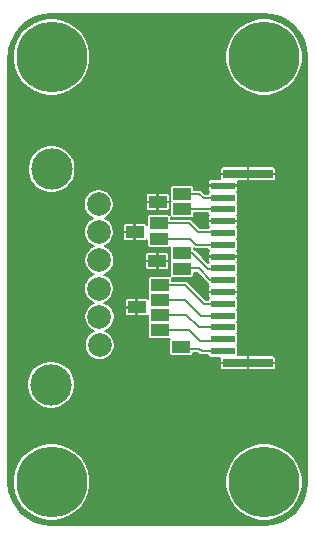
<source format=gtl>
G04 #@! TF.GenerationSoftware,KiCad,Pcbnew,(5.0.0)*
G04 #@! TF.CreationDate,2018-11-04T12:38:02-03:30*
G04 #@! TF.ProjectId,CamCon Board Rev 1.1,43616D436F6E20426F61726420526576,rev?*
G04 #@! TF.SameCoordinates,Original*
G04 #@! TF.FileFunction,Copper,L1,Top,Signal*
G04 #@! TF.FilePolarity,Positive*
%FSLAX46Y46*%
G04 Gerber Fmt 4.6, Leading zero omitted, Abs format (unit mm)*
G04 Created by KiCad (PCBNEW (5.0.0)) date 11/04/18 12:38:02*
%MOMM*%
%LPD*%
G01*
G04 APERTURE LIST*
G04 #@! TA.AperFunction,ComponentPad*
%ADD10C,6.000000*%
G04 #@! TD*
G04 #@! TA.AperFunction,SMDPad,CuDef*
%ADD11R,2.006600X0.609600*%
G04 #@! TD*
G04 #@! TA.AperFunction,SMDPad,CuDef*
%ADD12R,4.191000X0.711200*%
G04 #@! TD*
G04 #@! TA.AperFunction,ComponentPad*
%ADD13C,2.000000*%
G04 #@! TD*
G04 #@! TA.AperFunction,ComponentPad*
%ADD14C,3.500000*%
G04 #@! TD*
G04 #@! TA.AperFunction,SMDPad,CuDef*
%ADD15R,1.500000X1.000000*%
G04 #@! TD*
G04 #@! TA.AperFunction,ViaPad*
%ADD16C,0.800000*%
G04 #@! TD*
G04 #@! TA.AperFunction,Conductor*
%ADD17C,0.152400*%
G04 #@! TD*
G04 APERTURE END LIST*
D10*
G04 #@! TO.P,REF\002A\002A,1*
G04 #@! TO.N,N/C*
X140000000Y-123000000D03*
G04 #@! TD*
G04 #@! TO.P,REF\002A\002A,1*
G04 #@! TO.N,N/C*
X158000000Y-123000000D03*
G04 #@! TD*
G04 #@! TO.P,REF\002A\002A,1*
G04 #@! TO.N,N/C*
X158000000Y-87000000D03*
G04 #@! TD*
D11*
G04 #@! TO.P,J1,15*
G04 #@! TO.N,Net-(J1-Pad15)*
X154521569Y-111898905D03*
G04 #@! TO.P,J1,14*
G04 #@! TO.N,Net-(J1-Pad14)*
X154521569Y-110898901D03*
G04 #@! TO.P,J1,13*
G04 #@! TO.N,Net-(J1-Pad13)*
X154521569Y-109898905D03*
G04 #@! TO.P,J1,12*
G04 #@! TO.N,Net-(J1-Pad12)*
X154521569Y-108898905D03*
G04 #@! TO.P,J1,11*
G04 #@! TO.N,Net-(J1-Pad11)*
X154521569Y-107898905D03*
G04 #@! TO.P,J1,10*
G04 #@! TO.N,GND*
X154521569Y-106898905D03*
G04 #@! TO.P,J1,9*
G04 #@! TO.N,Net-(J1-Pad9)*
X154521569Y-105898901D03*
G04 #@! TO.P,J1,8*
G04 #@! TO.N,Net-(J1-Pad8)*
X154521569Y-104898905D03*
G04 #@! TO.P,J1,7*
G04 #@! TO.N,GND*
X154521569Y-103898905D03*
G04 #@! TO.P,J1,6*
G04 #@! TO.N,Net-(J1-Pad6)*
X154521569Y-102898905D03*
G04 #@! TO.P,J1,5*
G04 #@! TO.N,Net-(J1-Pad5)*
X154521569Y-101898902D03*
G04 #@! TO.P,J1,4*
G04 #@! TO.N,GND*
X154521569Y-100898902D03*
G04 #@! TO.P,J1,3*
G04 #@! TO.N,Net-(J1-Pad3)*
X154521569Y-99898905D03*
G04 #@! TO.P,J1,2*
G04 #@! TO.N,Net-(J1-Pad2)*
X154521569Y-98898905D03*
G04 #@! TO.P,J1,1*
G04 #@! TO.N,GND*
X154521569Y-97898905D03*
D12*
G04 #@! TO.P,J1,16*
X156629769Y-96897905D03*
G04 #@! TO.P,J1,17*
X156629769Y-112899905D03*
G04 #@! TD*
D13*
G04 #@! TO.P,@HOLE4,*
G04 #@! TO.N,*
X143990669Y-99463905D03*
G04 #@! TD*
G04 #@! TO.P,@HOLE5,*
G04 #@! TO.N,*
X144018000Y-101820980D03*
G04 #@! TD*
G04 #@! TO.P,@HOLE6,*
G04 #@! TO.N,*
X144048480Y-104206040D03*
G04 #@! TD*
G04 #@! TO.P,@HOLE7,*
G04 #@! TO.N,*
X144018000Y-106621580D03*
G04 #@! TD*
G04 #@! TO.P,@HOLE8,*
G04 #@! TO.N,*
X144058640Y-109014260D03*
G04 #@! TD*
G04 #@! TO.P,@HOLE9,*
G04 #@! TO.N,*
X144068800Y-111391700D03*
G04 #@! TD*
D14*
G04 #@! TO.P,@HOLE10,*
G04 #@! TO.N,*
X140000000Y-96500000D03*
G04 #@! TD*
G04 #@! TO.P,@HOLE11,*
G04 #@! TO.N,*
X139950669Y-114750000D03*
G04 #@! TD*
D15*
G04 #@! TO.P,U$1,P$1*
G04 #@! TO.N,Net-(J1-Pad2)*
X151070669Y-98578905D03*
G04 #@! TD*
G04 #@! TO.P,U$2,P$1*
G04 #@! TO.N,GND*
X148995669Y-99268905D03*
G04 #@! TD*
G04 #@! TO.P,U$3,P$1*
G04 #@! TO.N,Net-(J1-Pad3)*
X151070669Y-99858905D03*
G04 #@! TD*
G04 #@! TO.P,U$4,P$1*
G04 #@! TO.N,GND*
X147210669Y-108188905D03*
G04 #@! TD*
G04 #@! TO.P,U$5,P$1*
G04 #@! TO.N,Net-(J1-Pad5)*
X149080669Y-101078905D03*
G04 #@! TD*
G04 #@! TO.P,U$6,P$1*
G04 #@! TO.N,Net-(J1-Pad6)*
X149075669Y-102378905D03*
G04 #@! TD*
G04 #@! TO.P,U$7,P$1*
G04 #@! TO.N,GND*
X147050669Y-101828905D03*
G04 #@! TD*
G04 #@! TO.P,U$8,P$1*
G04 #@! TO.N,Net-(J1-Pad8)*
X151025669Y-103608905D03*
G04 #@! TD*
G04 #@! TO.P,U$9,P$1*
G04 #@! TO.N,GND*
X148950680Y-104274620D03*
G04 #@! TD*
G04 #@! TO.P,U$10,P$1*
G04 #@! TO.N,Net-(J1-Pad9)*
X151030669Y-104913905D03*
G04 #@! TD*
G04 #@! TO.P,U$11,P$1*
G04 #@! TO.N,Net-(J1-Pad12)*
X149190669Y-107578905D03*
G04 #@! TD*
G04 #@! TO.P,U$12,P$1*
G04 #@! TO.N,Net-(J1-Pad11)*
X149195669Y-106308905D03*
G04 #@! TD*
G04 #@! TO.P,U$13,P$1*
G04 #@! TO.N,Net-(J1-Pad13)*
X149195669Y-108843905D03*
G04 #@! TD*
G04 #@! TO.P,U$14,P$1*
G04 #@! TO.N,Net-(J1-Pad14)*
X149190669Y-110128905D03*
G04 #@! TD*
G04 #@! TO.P,U$15,P$1*
G04 #@! TO.N,Net-(J1-Pad15)*
X150975669Y-111548905D03*
G04 #@! TD*
D10*
G04 #@! TO.P,REF\002A\002A,1*
G04 #@! TO.N,N/C*
X140000000Y-87000000D03*
G04 #@! TD*
D16*
G04 #@! TO.N,GND*
X139444100Y-93578680D03*
X141944100Y-93578680D03*
X144444100Y-93578680D03*
X146944100Y-93578680D03*
X154444100Y-93578680D03*
X156944100Y-93578680D03*
X159444100Y-93578680D03*
X136944100Y-96078680D03*
X139800000Y-100800000D03*
X143400000Y-97200000D03*
X144444100Y-96078680D03*
X146944100Y-96078680D03*
X149444100Y-96078680D03*
X151944100Y-96078680D03*
X159444100Y-96078680D03*
X136944100Y-98578680D03*
X141944100Y-98578680D03*
X146944100Y-98578680D03*
X156944100Y-98578680D03*
X159444100Y-98578680D03*
X136944100Y-101078680D03*
X156944100Y-101078680D03*
X159444100Y-101078680D03*
X136944100Y-103578680D03*
X139444100Y-103578680D03*
X141944100Y-103578680D03*
X156944100Y-103578680D03*
X159444100Y-103578680D03*
X136944100Y-106078680D03*
X139444100Y-106078680D03*
X141944100Y-106078680D03*
X146944100Y-106078680D03*
X156944100Y-106078680D03*
X159444100Y-106078680D03*
X136944100Y-108578680D03*
X139444100Y-108578680D03*
X141944100Y-108578680D03*
X156944100Y-108578680D03*
X159444100Y-108578680D03*
X136944100Y-111078680D03*
X146944100Y-111078680D03*
X156944100Y-111078680D03*
X159444100Y-111078680D03*
X136944100Y-113578680D03*
X140400000Y-111600000D03*
X144465040Y-114139980D03*
X146944100Y-113578680D03*
X149444100Y-113578680D03*
X151944100Y-113578680D03*
X159444100Y-113578680D03*
X143250000Y-116250000D03*
X146944100Y-116078680D03*
X154444100Y-116078680D03*
X159444100Y-116078680D03*
X146933920Y-103535480D03*
X150800000Y-93578680D03*
X150800000Y-116200000D03*
X160600000Y-91200000D03*
X154200000Y-84200000D03*
X151200000Y-84200000D03*
X147600000Y-84200000D03*
X143400000Y-84200000D03*
X137000000Y-91000000D03*
X137200000Y-93600000D03*
X140400000Y-91000000D03*
X143400000Y-89400000D03*
X143600000Y-86400000D03*
X153800000Y-87000000D03*
X155400000Y-90000000D03*
X158200000Y-91400000D03*
X147200000Y-90600000D03*
X150800000Y-87000000D03*
X147200000Y-87000000D03*
X151400000Y-90400000D03*
X137400000Y-118200000D03*
X143200000Y-118400000D03*
X140400000Y-119000000D03*
X142800000Y-126200000D03*
X144400000Y-123000000D03*
X143200000Y-120800000D03*
X155000000Y-126000000D03*
X154000000Y-123400000D03*
X155000000Y-120400000D03*
X158600000Y-119000000D03*
X161000000Y-120200000D03*
X156000000Y-118000000D03*
X151000000Y-118400000D03*
X147000000Y-118400000D03*
X147400000Y-121200000D03*
X151000000Y-121400000D03*
X147400000Y-124800000D03*
X151000000Y-124800000D03*
X156800000Y-115000000D03*
G04 #@! TD*
D17*
G04 #@! TO.N,Net-(J1-Pad2)*
X151070669Y-98578905D02*
X152515669Y-98578905D01*
X152515669Y-98578905D02*
X152880669Y-98943905D01*
X152880669Y-98943905D02*
X154476569Y-98943905D01*
X154476569Y-98943905D02*
X154521569Y-98898905D01*
G04 #@! TO.N,Net-(J1-Pad3)*
X151070669Y-99858905D02*
X154481569Y-99858905D01*
X154481569Y-99858905D02*
X154521569Y-99898905D01*
G04 #@! TO.N,Net-(J1-Pad5)*
X149080669Y-101078905D02*
X151655669Y-101078905D01*
X151655669Y-101078905D02*
X152430669Y-101853905D01*
X152430669Y-101853905D02*
X154476572Y-101853905D01*
X154476572Y-101853905D02*
X154521569Y-101898902D01*
G04 #@! TO.N,Net-(J1-Pad6)*
X154521569Y-102898905D02*
X152245669Y-102898905D01*
X152245669Y-102898905D02*
X151750669Y-102403905D01*
X151750669Y-102403905D02*
X149100669Y-102403905D01*
X149100669Y-102403905D02*
X149075669Y-102378905D01*
G04 #@! TO.N,Net-(J1-Pad8)*
X151025669Y-103608905D02*
X151935669Y-103608905D01*
X151935669Y-103608905D02*
X153280669Y-104953905D01*
X153280669Y-104953905D02*
X154466569Y-104953905D01*
X154466569Y-104953905D02*
X154521569Y-104898905D01*
G04 #@! TO.N,Net-(J1-Pad9)*
X154521569Y-105898902D02*
X153445665Y-105898902D01*
X153445665Y-105898902D02*
X152450669Y-104903905D01*
X152450669Y-104903905D02*
X151040669Y-104903905D01*
X151040669Y-104903905D02*
X151030669Y-104913905D01*
G04 #@! TO.N,Net-(J1-Pad12)*
X149190669Y-107578905D02*
X151315669Y-107578905D01*
X151315669Y-107578905D02*
X152630669Y-108893905D01*
X152630669Y-108893905D02*
X154516569Y-108893905D01*
X154516569Y-108893905D02*
X154521569Y-108898905D01*
G04 #@! TO.N,Net-(J1-Pad11)*
X149195669Y-106308905D02*
X151325669Y-106308905D01*
X151325669Y-106308905D02*
X152650669Y-107633905D01*
X152650669Y-107633905D02*
X152650669Y-107653905D01*
X152650669Y-107653905D02*
X152910669Y-107913905D01*
X152910669Y-107913905D02*
X154506569Y-107913905D01*
X154506569Y-107913905D02*
X154521569Y-107898905D01*
G04 #@! TO.N,Net-(J1-Pad13)*
X149195669Y-108843905D02*
X151410669Y-108843905D01*
X151410669Y-108843905D02*
X152470669Y-109903905D01*
X152470669Y-109903905D02*
X154516569Y-109903905D01*
X154516569Y-109903905D02*
X154521569Y-109898905D01*
G04 #@! TO.N,Net-(J1-Pad14)*
X149190669Y-110128905D02*
X151635669Y-110128905D01*
X151635669Y-110128905D02*
X152120669Y-110613905D01*
X152120669Y-110613905D02*
X152120669Y-110633905D01*
X152120669Y-110633905D02*
X152560669Y-111073905D01*
X152560669Y-111073905D02*
X154346565Y-111073905D01*
X154346565Y-111073905D02*
X154521569Y-110898902D01*
G04 #@! TO.N,Net-(J1-Pad15)*
X154521569Y-111898905D02*
X152705669Y-111898905D01*
X152705669Y-111898905D02*
X152500669Y-111693905D01*
X152500669Y-111693905D02*
X151120669Y-111693905D01*
X151120669Y-111693905D02*
X150975669Y-111548905D01*
G04 #@! TD*
G04 #@! TO.N,GND*
G36*
X158708393Y-83422343D02*
X159389812Y-83628075D01*
X160018279Y-83962237D01*
X160569884Y-84412114D01*
X161023595Y-84960558D01*
X161362142Y-85586686D01*
X161572624Y-86266646D01*
X161648767Y-86991088D01*
X161648801Y-87000932D01*
X161648800Y-122982822D01*
X161577657Y-123708393D01*
X161371926Y-124389810D01*
X161037761Y-125018282D01*
X160587886Y-125569883D01*
X160039441Y-126023597D01*
X159413314Y-126362142D01*
X158733352Y-126572625D01*
X158008913Y-126648767D01*
X157999356Y-126648800D01*
X140017178Y-126648800D01*
X139291607Y-126577657D01*
X138610190Y-126371926D01*
X137981718Y-126037761D01*
X137430117Y-125587886D01*
X136976403Y-125039441D01*
X136637858Y-124413314D01*
X136427375Y-123733352D01*
X136351233Y-123008913D01*
X136351200Y-122999356D01*
X136351200Y-122677322D01*
X136723800Y-122677322D01*
X136723800Y-123322678D01*
X136849703Y-123955632D01*
X137096669Y-124551863D01*
X137455209Y-125088456D01*
X137911544Y-125544791D01*
X138448137Y-125903331D01*
X139044368Y-126150297D01*
X139677322Y-126276200D01*
X140322678Y-126276200D01*
X140955632Y-126150297D01*
X141551863Y-125903331D01*
X142088456Y-125544791D01*
X142544791Y-125088456D01*
X142903331Y-124551863D01*
X143150297Y-123955632D01*
X143276200Y-123322678D01*
X143276200Y-122677322D01*
X154723800Y-122677322D01*
X154723800Y-123322678D01*
X154849703Y-123955632D01*
X155096669Y-124551863D01*
X155455209Y-125088456D01*
X155911544Y-125544791D01*
X156448137Y-125903331D01*
X157044368Y-126150297D01*
X157677322Y-126276200D01*
X158322678Y-126276200D01*
X158955632Y-126150297D01*
X159551863Y-125903331D01*
X160088456Y-125544791D01*
X160544791Y-125088456D01*
X160903331Y-124551863D01*
X161150297Y-123955632D01*
X161276200Y-123322678D01*
X161276200Y-122677322D01*
X161150297Y-122044368D01*
X160903331Y-121448137D01*
X160544791Y-120911544D01*
X160088456Y-120455209D01*
X159551863Y-120096669D01*
X158955632Y-119849703D01*
X158322678Y-119723800D01*
X157677322Y-119723800D01*
X157044368Y-119849703D01*
X156448137Y-120096669D01*
X155911544Y-120455209D01*
X155455209Y-120911544D01*
X155096669Y-121448137D01*
X154849703Y-122044368D01*
X154723800Y-122677322D01*
X143276200Y-122677322D01*
X143150297Y-122044368D01*
X142903331Y-121448137D01*
X142544791Y-120911544D01*
X142088456Y-120455209D01*
X141551863Y-120096669D01*
X140955632Y-119849703D01*
X140322678Y-119723800D01*
X139677322Y-119723800D01*
X139044368Y-119849703D01*
X138448137Y-120096669D01*
X137911544Y-120455209D01*
X137455209Y-120911544D01*
X137096669Y-121448137D01*
X136849703Y-122044368D01*
X136723800Y-122677322D01*
X136351200Y-122677322D01*
X136351200Y-114550437D01*
X137924469Y-114550437D01*
X137924469Y-114949563D01*
X138002335Y-115341021D01*
X138155074Y-115709766D01*
X138376817Y-116041627D01*
X138659042Y-116323852D01*
X138990903Y-116545595D01*
X139359648Y-116698334D01*
X139751106Y-116776200D01*
X140150232Y-116776200D01*
X140541690Y-116698334D01*
X140910435Y-116545595D01*
X141242296Y-116323852D01*
X141524521Y-116041627D01*
X141746264Y-115709766D01*
X141899003Y-115341021D01*
X141976869Y-114949563D01*
X141976869Y-114550437D01*
X141899003Y-114158979D01*
X141746264Y-113790234D01*
X141524521Y-113458373D01*
X141242296Y-113176148D01*
X140970524Y-112994555D01*
X154255669Y-112994555D01*
X154255669Y-113282945D01*
X154266375Y-113336770D01*
X154287377Y-113387472D01*
X154317866Y-113433102D01*
X154356672Y-113471908D01*
X154402303Y-113502397D01*
X154453005Y-113523399D01*
X154506830Y-113534105D01*
X156535119Y-113534105D01*
X156604769Y-113464455D01*
X156604769Y-112924905D01*
X156654769Y-112924905D01*
X156654769Y-113464455D01*
X156724419Y-113534105D01*
X158752708Y-113534105D01*
X158806533Y-113523399D01*
X158857235Y-113502397D01*
X158902866Y-113471908D01*
X158941672Y-113433102D01*
X158972161Y-113387472D01*
X158993163Y-113336770D01*
X159003869Y-113282945D01*
X159003869Y-112994555D01*
X158934219Y-112924905D01*
X156654769Y-112924905D01*
X156604769Y-112924905D01*
X154325319Y-112924905D01*
X154255669Y-112994555D01*
X140970524Y-112994555D01*
X140910435Y-112954405D01*
X140541690Y-112801666D01*
X140150232Y-112723800D01*
X139751106Y-112723800D01*
X139359648Y-112801666D01*
X138990903Y-112954405D01*
X138659042Y-113176148D01*
X138376817Y-113458373D01*
X138155074Y-113790234D01*
X138002335Y-114158979D01*
X137924469Y-114550437D01*
X136351200Y-114550437D01*
X136351200Y-99338210D01*
X142714469Y-99338210D01*
X142714469Y-99589600D01*
X142763513Y-99836159D01*
X142859715Y-100068412D01*
X142999380Y-100277435D01*
X143177139Y-100455194D01*
X143386162Y-100594859D01*
X143514705Y-100648103D01*
X143413493Y-100690026D01*
X143204470Y-100829691D01*
X143026711Y-101007450D01*
X142887046Y-101216473D01*
X142790844Y-101448726D01*
X142741800Y-101695285D01*
X142741800Y-101946675D01*
X142790844Y-102193234D01*
X142887046Y-102425487D01*
X143026711Y-102634510D01*
X143204470Y-102812269D01*
X143413493Y-102951934D01*
X143577391Y-103019823D01*
X143443973Y-103075086D01*
X143234950Y-103214751D01*
X143057191Y-103392510D01*
X142917526Y-103601533D01*
X142821324Y-103833786D01*
X142772280Y-104080345D01*
X142772280Y-104331735D01*
X142821324Y-104578294D01*
X142917526Y-104810547D01*
X143057191Y-105019570D01*
X143234950Y-105197329D01*
X143443973Y-105336994D01*
X143614184Y-105407497D01*
X143413493Y-105490626D01*
X143204470Y-105630291D01*
X143026711Y-105808050D01*
X142887046Y-106017073D01*
X142790844Y-106249326D01*
X142741800Y-106495885D01*
X142741800Y-106747275D01*
X142790844Y-106993834D01*
X142887046Y-107226087D01*
X143026711Y-107435110D01*
X143204470Y-107612869D01*
X143413493Y-107752534D01*
X143591669Y-107826337D01*
X143454133Y-107883306D01*
X143245110Y-108022971D01*
X143067351Y-108200730D01*
X142927686Y-108409753D01*
X142831484Y-108642006D01*
X142782440Y-108888565D01*
X142782440Y-109139955D01*
X142831484Y-109386514D01*
X142927686Y-109618767D01*
X143067351Y-109827790D01*
X143245110Y-110005549D01*
X143454133Y-110145214D01*
X143598673Y-110205084D01*
X143464293Y-110260746D01*
X143255270Y-110400411D01*
X143077511Y-110578170D01*
X142937846Y-110787193D01*
X142841644Y-111019446D01*
X142792600Y-111266005D01*
X142792600Y-111517395D01*
X142841644Y-111763954D01*
X142937846Y-111996207D01*
X143077511Y-112205230D01*
X143255270Y-112382989D01*
X143464293Y-112522654D01*
X143696546Y-112618856D01*
X143943105Y-112667900D01*
X144194495Y-112667900D01*
X144441054Y-112618856D01*
X144673307Y-112522654D01*
X144882330Y-112382989D01*
X145060089Y-112205230D01*
X145199754Y-111996207D01*
X145295956Y-111763954D01*
X145345000Y-111517395D01*
X145345000Y-111266005D01*
X145295956Y-111019446D01*
X145199754Y-110787193D01*
X145060089Y-110578170D01*
X144882330Y-110400411D01*
X144673307Y-110260746D01*
X144528767Y-110200876D01*
X144663147Y-110145214D01*
X144872170Y-110005549D01*
X145049929Y-109827790D01*
X145189594Y-109618767D01*
X145285796Y-109386514D01*
X145334840Y-109139955D01*
X145334840Y-108888565D01*
X145285796Y-108642006D01*
X145189594Y-108409753D01*
X145105272Y-108283555D01*
X146182069Y-108283555D01*
X146182069Y-108716345D01*
X146192775Y-108770170D01*
X146213777Y-108820872D01*
X146244266Y-108866502D01*
X146283072Y-108905308D01*
X146328703Y-108935797D01*
X146379405Y-108956799D01*
X146433230Y-108967505D01*
X147116019Y-108967505D01*
X147185669Y-108897855D01*
X147185669Y-108213905D01*
X146251719Y-108213905D01*
X146182069Y-108283555D01*
X145105272Y-108283555D01*
X145049929Y-108200730D01*
X144872170Y-108022971D01*
X144663147Y-107883306D01*
X144484971Y-107809503D01*
X144622507Y-107752534D01*
X144758801Y-107661465D01*
X146182069Y-107661465D01*
X146182069Y-108094255D01*
X146251719Y-108163905D01*
X147185669Y-108163905D01*
X147185669Y-107479955D01*
X147116019Y-107410305D01*
X146433230Y-107410305D01*
X146379405Y-107421011D01*
X146328703Y-107442013D01*
X146283072Y-107472502D01*
X146244266Y-107511308D01*
X146213777Y-107556938D01*
X146192775Y-107607640D01*
X146182069Y-107661465D01*
X144758801Y-107661465D01*
X144831530Y-107612869D01*
X145009289Y-107435110D01*
X145148954Y-107226087D01*
X145245156Y-106993834D01*
X145294200Y-106747275D01*
X145294200Y-106495885D01*
X145245156Y-106249326D01*
X145148954Y-106017073D01*
X145009289Y-105808050D01*
X144831530Y-105630291D01*
X144622507Y-105490626D01*
X144452296Y-105420123D01*
X144652987Y-105336994D01*
X144862010Y-105197329D01*
X145039769Y-105019570D01*
X145179434Y-104810547D01*
X145275636Y-104578294D01*
X145317213Y-104369270D01*
X147922080Y-104369270D01*
X147922080Y-104802060D01*
X147932786Y-104855885D01*
X147953788Y-104906587D01*
X147984277Y-104952217D01*
X148023083Y-104991023D01*
X148068714Y-105021512D01*
X148119416Y-105042514D01*
X148173241Y-105053220D01*
X148856030Y-105053220D01*
X148925680Y-104983570D01*
X148925680Y-104299620D01*
X148975680Y-104299620D01*
X148975680Y-104983570D01*
X149045330Y-105053220D01*
X149728119Y-105053220D01*
X149781944Y-105042514D01*
X149832646Y-105021512D01*
X149878277Y-104991023D01*
X149917083Y-104952217D01*
X149947572Y-104906587D01*
X149968574Y-104855885D01*
X149979280Y-104802060D01*
X149979280Y-104369270D01*
X149909630Y-104299620D01*
X148975680Y-104299620D01*
X148925680Y-104299620D01*
X147991730Y-104299620D01*
X147922080Y-104369270D01*
X145317213Y-104369270D01*
X145324680Y-104331735D01*
X145324680Y-104080345D01*
X145275636Y-103833786D01*
X145239763Y-103747180D01*
X147922080Y-103747180D01*
X147922080Y-104179970D01*
X147991730Y-104249620D01*
X148925680Y-104249620D01*
X148925680Y-103565670D01*
X148975680Y-103565670D01*
X148975680Y-104249620D01*
X149909630Y-104249620D01*
X149979280Y-104179970D01*
X149979280Y-103747180D01*
X149968574Y-103693355D01*
X149947572Y-103642653D01*
X149917083Y-103597023D01*
X149878277Y-103558217D01*
X149832646Y-103527728D01*
X149781944Y-103506726D01*
X149728119Y-103496020D01*
X149045330Y-103496020D01*
X148975680Y-103565670D01*
X148925680Y-103565670D01*
X148856030Y-103496020D01*
X148173241Y-103496020D01*
X148119416Y-103506726D01*
X148068714Y-103527728D01*
X148023083Y-103558217D01*
X147984277Y-103597023D01*
X147953788Y-103642653D01*
X147932786Y-103693355D01*
X147922080Y-103747180D01*
X145239763Y-103747180D01*
X145179434Y-103601533D01*
X145039769Y-103392510D01*
X144862010Y-103214751D01*
X144652987Y-103075086D01*
X144489089Y-103007197D01*
X144622507Y-102951934D01*
X144831530Y-102812269D01*
X145009289Y-102634510D01*
X145148954Y-102425487D01*
X145245156Y-102193234D01*
X145294200Y-101946675D01*
X145294200Y-101923555D01*
X146022069Y-101923555D01*
X146022069Y-102356345D01*
X146032775Y-102410170D01*
X146053777Y-102460872D01*
X146084266Y-102506502D01*
X146123072Y-102545308D01*
X146168703Y-102575797D01*
X146219405Y-102596799D01*
X146273230Y-102607505D01*
X146956019Y-102607505D01*
X147025669Y-102537855D01*
X147025669Y-101853905D01*
X146091719Y-101853905D01*
X146022069Y-101923555D01*
X145294200Y-101923555D01*
X145294200Y-101695285D01*
X145245156Y-101448726D01*
X145184159Y-101301465D01*
X146022069Y-101301465D01*
X146022069Y-101734255D01*
X146091719Y-101803905D01*
X147025669Y-101803905D01*
X147025669Y-101119955D01*
X147075669Y-101119955D01*
X147075669Y-101803905D01*
X147095669Y-101803905D01*
X147095669Y-101853905D01*
X147075669Y-101853905D01*
X147075669Y-102537855D01*
X147145319Y-102607505D01*
X147828108Y-102607505D01*
X147881933Y-102596799D01*
X147932635Y-102575797D01*
X147978266Y-102545308D01*
X148017072Y-102506502D01*
X148047561Y-102460872D01*
X148048133Y-102459491D01*
X148048133Y-102878905D01*
X148053466Y-102933050D01*
X148069259Y-102985113D01*
X148094906Y-103033096D01*
X148129421Y-103075153D01*
X148171478Y-103109668D01*
X148219461Y-103135315D01*
X148271524Y-103151108D01*
X148325669Y-103156441D01*
X149825669Y-103156441D01*
X149879814Y-103151108D01*
X149931877Y-103135315D01*
X149979860Y-103109668D01*
X149999658Y-103093420D01*
X149998133Y-103108905D01*
X149998133Y-104108905D01*
X150003466Y-104163050D01*
X150019259Y-104215113D01*
X150044906Y-104263096D01*
X150046839Y-104265452D01*
X150024259Y-104307697D01*
X150008466Y-104359760D01*
X150003133Y-104413905D01*
X150003133Y-105413905D01*
X150008466Y-105468050D01*
X150024259Y-105520113D01*
X150039572Y-105548762D01*
X149999814Y-105536702D01*
X149945669Y-105531369D01*
X148445669Y-105531369D01*
X148391524Y-105536702D01*
X148339461Y-105552495D01*
X148291478Y-105578142D01*
X148249421Y-105612657D01*
X148214906Y-105654714D01*
X148189259Y-105702697D01*
X148173466Y-105754760D01*
X148168133Y-105808905D01*
X148168133Y-106808905D01*
X148173466Y-106863050D01*
X148189259Y-106915113D01*
X148202148Y-106939228D01*
X148184259Y-106972697D01*
X148168466Y-107024760D01*
X148163133Y-107078905D01*
X148163133Y-107497369D01*
X148138266Y-107472502D01*
X148092635Y-107442013D01*
X148041933Y-107421011D01*
X147988108Y-107410305D01*
X147305319Y-107410305D01*
X147235669Y-107479955D01*
X147235669Y-108163905D01*
X147255669Y-108163905D01*
X147255669Y-108213905D01*
X147235669Y-108213905D01*
X147235669Y-108897855D01*
X147305319Y-108967505D01*
X147988108Y-108967505D01*
X148041933Y-108956799D01*
X148092635Y-108935797D01*
X148138266Y-108905308D01*
X148168133Y-108875441D01*
X148168133Y-109343905D01*
X148173466Y-109398050D01*
X148189259Y-109450113D01*
X148206157Y-109481728D01*
X148184259Y-109522697D01*
X148168466Y-109574760D01*
X148163133Y-109628905D01*
X148163133Y-110628905D01*
X148168466Y-110683050D01*
X148184259Y-110735113D01*
X148209906Y-110783096D01*
X148244421Y-110825153D01*
X148286478Y-110859668D01*
X148334461Y-110885315D01*
X148386524Y-110901108D01*
X148440669Y-110906441D01*
X149940669Y-110906441D01*
X149991304Y-110901454D01*
X149969259Y-110942697D01*
X149953466Y-110994760D01*
X149948133Y-111048905D01*
X149948133Y-112048905D01*
X149953466Y-112103050D01*
X149969259Y-112155113D01*
X149994906Y-112203096D01*
X150029421Y-112245153D01*
X150071478Y-112279668D01*
X150119461Y-112305315D01*
X150171524Y-112321108D01*
X150225669Y-112326441D01*
X151725669Y-112326441D01*
X151779814Y-112321108D01*
X151831877Y-112305315D01*
X151879860Y-112279668D01*
X151921917Y-112245153D01*
X151956432Y-112203096D01*
X151982079Y-112155113D01*
X151997872Y-112103050D01*
X152003205Y-112048905D01*
X152003205Y-112046305D01*
X152354701Y-112046305D01*
X152444240Y-112135844D01*
X152455279Y-112149295D01*
X152508939Y-112193333D01*
X152570159Y-112226055D01*
X152636586Y-112246206D01*
X152705669Y-112253010D01*
X152722980Y-112251305D01*
X153245421Y-112251305D01*
X153246066Y-112257850D01*
X153261859Y-112309913D01*
X153287506Y-112357896D01*
X153322021Y-112399953D01*
X153364078Y-112434468D01*
X153412061Y-112460115D01*
X153464124Y-112475908D01*
X153518269Y-112481241D01*
X154262755Y-112481241D01*
X154255669Y-112516865D01*
X154255669Y-112805255D01*
X154325319Y-112874905D01*
X156604769Y-112874905D01*
X156604769Y-112335355D01*
X156654769Y-112335355D01*
X156654769Y-112874905D01*
X158934219Y-112874905D01*
X159003869Y-112805255D01*
X159003869Y-112516865D01*
X158993163Y-112463040D01*
X158972161Y-112412338D01*
X158941672Y-112366708D01*
X158902866Y-112327902D01*
X158857235Y-112297413D01*
X158806533Y-112276411D01*
X158752708Y-112265705D01*
X156724419Y-112265705D01*
X156654769Y-112335355D01*
X156604769Y-112335355D01*
X156535119Y-112265705D01*
X155794689Y-112265705D01*
X155797072Y-112257850D01*
X155802405Y-112203705D01*
X155802405Y-111594105D01*
X155797072Y-111539960D01*
X155781279Y-111487897D01*
X155755632Y-111439914D01*
X155721975Y-111398903D01*
X155755632Y-111357892D01*
X155781279Y-111309909D01*
X155797072Y-111257846D01*
X155802405Y-111203701D01*
X155802405Y-110594101D01*
X155797072Y-110539956D01*
X155781279Y-110487893D01*
X155755632Y-110439910D01*
X155721979Y-110398903D01*
X155755632Y-110357896D01*
X155781279Y-110309913D01*
X155797072Y-110257850D01*
X155802405Y-110203705D01*
X155802405Y-109594105D01*
X155797072Y-109539960D01*
X155781279Y-109487897D01*
X155755632Y-109439914D01*
X155721977Y-109398905D01*
X155755632Y-109357896D01*
X155781279Y-109309913D01*
X155797072Y-109257850D01*
X155802405Y-109203705D01*
X155802405Y-108594105D01*
X155797072Y-108539960D01*
X155781279Y-108487897D01*
X155755632Y-108439914D01*
X155721977Y-108398905D01*
X155755632Y-108357896D01*
X155781279Y-108309913D01*
X155797072Y-108257850D01*
X155802405Y-108203705D01*
X155802405Y-107594105D01*
X155797072Y-107539960D01*
X155781279Y-107487897D01*
X155755632Y-107439914D01*
X155722740Y-107399834D01*
X155741272Y-107381302D01*
X155771761Y-107335671D01*
X155792763Y-107284969D01*
X155803469Y-107231144D01*
X155803469Y-106993555D01*
X155733819Y-106923905D01*
X154546569Y-106923905D01*
X154546569Y-106943905D01*
X154496569Y-106943905D01*
X154496569Y-106923905D01*
X153309319Y-106923905D01*
X153239669Y-106993555D01*
X153239669Y-107231144D01*
X153250375Y-107284969D01*
X153271377Y-107335671D01*
X153301866Y-107381302D01*
X153320398Y-107399834D01*
X153287506Y-107439914D01*
X153261859Y-107487897D01*
X153246066Y-107539960D01*
X153243944Y-107561505D01*
X153056638Y-107561505D01*
X152959782Y-107464650D01*
X152945097Y-107437175D01*
X152931090Y-107420108D01*
X152912094Y-107396961D01*
X152912089Y-107396956D01*
X152901058Y-107383515D01*
X152887618Y-107372485D01*
X151587098Y-106071966D01*
X151576059Y-106058515D01*
X151522399Y-106014477D01*
X151461179Y-105981755D01*
X151394751Y-105961604D01*
X151342980Y-105956505D01*
X151342973Y-105956505D01*
X151325669Y-105954801D01*
X151308365Y-105956505D01*
X150223205Y-105956505D01*
X150223205Y-105808905D01*
X150217872Y-105754760D01*
X150202079Y-105702697D01*
X150186766Y-105674048D01*
X150226524Y-105686108D01*
X150280669Y-105691441D01*
X151780669Y-105691441D01*
X151834814Y-105686108D01*
X151886877Y-105670315D01*
X151934860Y-105644668D01*
X151976917Y-105610153D01*
X152011432Y-105568096D01*
X152037079Y-105520113D01*
X152052872Y-105468050D01*
X152058205Y-105413905D01*
X152058205Y-105256305D01*
X152304701Y-105256305D01*
X153184240Y-106135846D01*
X153195275Y-106149292D01*
X153240733Y-106186599D01*
X153240733Y-106203701D01*
X153246066Y-106257846D01*
X153261859Y-106309909D01*
X153287506Y-106357892D01*
X153320400Y-106397974D01*
X153301866Y-106416508D01*
X153271377Y-106462139D01*
X153250375Y-106512841D01*
X153239669Y-106566666D01*
X153239669Y-106804255D01*
X153309319Y-106873905D01*
X154496569Y-106873905D01*
X154496569Y-106853905D01*
X154546569Y-106853905D01*
X154546569Y-106873905D01*
X155733819Y-106873905D01*
X155803469Y-106804255D01*
X155803469Y-106566666D01*
X155792763Y-106512841D01*
X155771761Y-106462139D01*
X155741272Y-106416508D01*
X155722738Y-106397974D01*
X155755632Y-106357892D01*
X155781279Y-106309909D01*
X155797072Y-106257846D01*
X155802405Y-106203701D01*
X155802405Y-105594101D01*
X155797072Y-105539956D01*
X155781279Y-105487893D01*
X155755632Y-105439910D01*
X155721979Y-105398903D01*
X155755632Y-105357896D01*
X155781279Y-105309913D01*
X155797072Y-105257850D01*
X155802405Y-105203705D01*
X155802405Y-104594105D01*
X155797072Y-104539960D01*
X155781279Y-104487897D01*
X155755632Y-104439914D01*
X155722740Y-104399834D01*
X155741272Y-104381302D01*
X155771761Y-104335671D01*
X155792763Y-104284969D01*
X155803469Y-104231144D01*
X155803469Y-103993555D01*
X155733819Y-103923905D01*
X154546569Y-103923905D01*
X154546569Y-103943905D01*
X154496569Y-103943905D01*
X154496569Y-103923905D01*
X153309319Y-103923905D01*
X153239669Y-103993555D01*
X153239669Y-104231144D01*
X153250375Y-104284969D01*
X153271377Y-104335671D01*
X153301866Y-104381302D01*
X153320398Y-104399834D01*
X153287506Y-104439914D01*
X153279683Y-104454551D01*
X152197098Y-103371966D01*
X152186059Y-103358515D01*
X152132399Y-103314477D01*
X152071179Y-103281755D01*
X152053205Y-103276303D01*
X152053205Y-103195613D01*
X152110159Y-103226055D01*
X152176586Y-103246206D01*
X152245669Y-103253010D01*
X152262980Y-103251305D01*
X153245421Y-103251305D01*
X153246066Y-103257850D01*
X153261859Y-103309913D01*
X153287506Y-103357896D01*
X153320398Y-103397976D01*
X153301866Y-103416508D01*
X153271377Y-103462139D01*
X153250375Y-103512841D01*
X153239669Y-103566666D01*
X153239669Y-103804255D01*
X153309319Y-103873905D01*
X154496569Y-103873905D01*
X154496569Y-103853905D01*
X154546569Y-103853905D01*
X154546569Y-103873905D01*
X155733819Y-103873905D01*
X155803469Y-103804255D01*
X155803469Y-103566666D01*
X155792763Y-103512841D01*
X155771761Y-103462139D01*
X155741272Y-103416508D01*
X155722740Y-103397976D01*
X155755632Y-103357896D01*
X155781279Y-103309913D01*
X155797072Y-103257850D01*
X155802405Y-103203705D01*
X155802405Y-102594105D01*
X155797072Y-102539960D01*
X155781279Y-102487897D01*
X155755632Y-102439914D01*
X155721976Y-102398903D01*
X155755632Y-102357893D01*
X155781279Y-102309910D01*
X155797072Y-102257847D01*
X155802405Y-102203702D01*
X155802405Y-101594102D01*
X155797072Y-101539957D01*
X155781279Y-101487894D01*
X155755632Y-101439911D01*
X155722740Y-101399831D01*
X155741272Y-101381299D01*
X155771761Y-101335668D01*
X155792763Y-101284966D01*
X155803469Y-101231141D01*
X155803469Y-100993552D01*
X155733819Y-100923902D01*
X154546569Y-100923902D01*
X154546569Y-100943902D01*
X154496569Y-100943902D01*
X154496569Y-100923902D01*
X153309319Y-100923902D01*
X153239669Y-100993552D01*
X153239669Y-101231141D01*
X153250375Y-101284966D01*
X153271377Y-101335668D01*
X153301866Y-101381299D01*
X153320398Y-101399831D01*
X153287506Y-101439911D01*
X153261859Y-101487894D01*
X153257730Y-101501505D01*
X152576638Y-101501505D01*
X151917098Y-100841966D01*
X151906059Y-100828515D01*
X151852399Y-100784477D01*
X151791179Y-100751755D01*
X151724751Y-100731604D01*
X151672980Y-100726505D01*
X151672973Y-100726505D01*
X151655669Y-100724801D01*
X151638365Y-100726505D01*
X150108205Y-100726505D01*
X150108205Y-100578905D01*
X150103335Y-100529459D01*
X150124421Y-100555153D01*
X150166478Y-100589668D01*
X150214461Y-100615315D01*
X150266524Y-100631108D01*
X150320669Y-100636441D01*
X151820669Y-100636441D01*
X151874814Y-100631108D01*
X151926877Y-100615315D01*
X151974860Y-100589668D01*
X152016917Y-100555153D01*
X152051432Y-100513096D01*
X152077079Y-100465113D01*
X152092872Y-100413050D01*
X152098205Y-100358905D01*
X152098205Y-100211305D01*
X153241482Y-100211305D01*
X153246066Y-100257850D01*
X153261859Y-100309913D01*
X153287506Y-100357896D01*
X153320397Y-100397974D01*
X153301866Y-100416505D01*
X153271377Y-100462136D01*
X153250375Y-100512838D01*
X153239669Y-100566663D01*
X153239669Y-100804252D01*
X153309319Y-100873902D01*
X154496569Y-100873902D01*
X154496569Y-100853902D01*
X154546569Y-100853902D01*
X154546569Y-100873902D01*
X155733819Y-100873902D01*
X155803469Y-100804252D01*
X155803469Y-100566663D01*
X155792763Y-100512838D01*
X155771761Y-100462136D01*
X155741272Y-100416505D01*
X155722741Y-100397974D01*
X155755632Y-100357896D01*
X155781279Y-100309913D01*
X155797072Y-100257850D01*
X155802405Y-100203705D01*
X155802405Y-99594105D01*
X155797072Y-99539960D01*
X155781279Y-99487897D01*
X155755632Y-99439914D01*
X155721977Y-99398905D01*
X155755632Y-99357896D01*
X155781279Y-99309913D01*
X155797072Y-99257850D01*
X155802405Y-99203705D01*
X155802405Y-98594105D01*
X155797072Y-98539960D01*
X155781279Y-98487897D01*
X155755632Y-98439914D01*
X155722740Y-98399834D01*
X155741272Y-98381302D01*
X155771761Y-98335671D01*
X155792763Y-98284969D01*
X155803469Y-98231144D01*
X155803469Y-97993555D01*
X155733819Y-97923905D01*
X154546569Y-97923905D01*
X154546569Y-97943905D01*
X154496569Y-97943905D01*
X154496569Y-97923905D01*
X153309319Y-97923905D01*
X153239669Y-97993555D01*
X153239669Y-98231144D01*
X153250375Y-98284969D01*
X153271377Y-98335671D01*
X153301866Y-98381302D01*
X153320398Y-98399834D01*
X153287506Y-98439914D01*
X153261859Y-98487897D01*
X153246066Y-98539960D01*
X153240989Y-98591505D01*
X153026638Y-98591505D01*
X152777098Y-98341966D01*
X152766059Y-98328515D01*
X152712399Y-98284477D01*
X152651179Y-98251755D01*
X152584751Y-98231604D01*
X152532980Y-98226505D01*
X152532973Y-98226505D01*
X152515669Y-98224801D01*
X152498365Y-98226505D01*
X152098205Y-98226505D01*
X152098205Y-98078905D01*
X152092872Y-98024760D01*
X152077079Y-97972697D01*
X152051432Y-97924714D01*
X152016917Y-97882657D01*
X151974860Y-97848142D01*
X151926877Y-97822495D01*
X151874814Y-97806702D01*
X151820669Y-97801369D01*
X150320669Y-97801369D01*
X150266524Y-97806702D01*
X150214461Y-97822495D01*
X150166478Y-97848142D01*
X150124421Y-97882657D01*
X150089906Y-97924714D01*
X150064259Y-97972697D01*
X150048466Y-98024760D01*
X150043133Y-98078905D01*
X150043133Y-99078905D01*
X150048466Y-99133050D01*
X150064259Y-99185113D01*
X150082321Y-99218905D01*
X150064259Y-99252697D01*
X150048466Y-99304760D01*
X150043133Y-99358905D01*
X150043133Y-100358905D01*
X150048003Y-100408351D01*
X150026917Y-100382657D01*
X149984860Y-100348142D01*
X149936877Y-100322495D01*
X149884814Y-100306702D01*
X149830669Y-100301369D01*
X148330669Y-100301369D01*
X148276524Y-100306702D01*
X148224461Y-100322495D01*
X148176478Y-100348142D01*
X148134421Y-100382657D01*
X148099906Y-100424714D01*
X148074259Y-100472697D01*
X148058466Y-100524760D01*
X148053133Y-100578905D01*
X148053133Y-101210390D01*
X148047561Y-101196938D01*
X148017072Y-101151308D01*
X147978266Y-101112502D01*
X147932635Y-101082013D01*
X147881933Y-101061011D01*
X147828108Y-101050305D01*
X147145319Y-101050305D01*
X147075669Y-101119955D01*
X147025669Y-101119955D01*
X146956019Y-101050305D01*
X146273230Y-101050305D01*
X146219405Y-101061011D01*
X146168703Y-101082013D01*
X146123072Y-101112502D01*
X146084266Y-101151308D01*
X146053777Y-101196938D01*
X146032775Y-101247640D01*
X146022069Y-101301465D01*
X145184159Y-101301465D01*
X145148954Y-101216473D01*
X145009289Y-101007450D01*
X144831530Y-100829691D01*
X144622507Y-100690026D01*
X144493964Y-100636782D01*
X144595176Y-100594859D01*
X144804199Y-100455194D01*
X144981958Y-100277435D01*
X145121623Y-100068412D01*
X145217825Y-99836159D01*
X145266869Y-99589600D01*
X145266869Y-99363555D01*
X147967069Y-99363555D01*
X147967069Y-99796345D01*
X147977775Y-99850170D01*
X147998777Y-99900872D01*
X148029266Y-99946502D01*
X148068072Y-99985308D01*
X148113703Y-100015797D01*
X148164405Y-100036799D01*
X148218230Y-100047505D01*
X148901019Y-100047505D01*
X148970669Y-99977855D01*
X148970669Y-99293905D01*
X149020669Y-99293905D01*
X149020669Y-99977855D01*
X149090319Y-100047505D01*
X149773108Y-100047505D01*
X149826933Y-100036799D01*
X149877635Y-100015797D01*
X149923266Y-99985308D01*
X149962072Y-99946502D01*
X149992561Y-99900872D01*
X150013563Y-99850170D01*
X150024269Y-99796345D01*
X150024269Y-99363555D01*
X149954619Y-99293905D01*
X149020669Y-99293905D01*
X148970669Y-99293905D01*
X148036719Y-99293905D01*
X147967069Y-99363555D01*
X145266869Y-99363555D01*
X145266869Y-99338210D01*
X145217825Y-99091651D01*
X145121623Y-98859398D01*
X145042823Y-98741465D01*
X147967069Y-98741465D01*
X147967069Y-99174255D01*
X148036719Y-99243905D01*
X148970669Y-99243905D01*
X148970669Y-98559955D01*
X149020669Y-98559955D01*
X149020669Y-99243905D01*
X149954619Y-99243905D01*
X150024269Y-99174255D01*
X150024269Y-98741465D01*
X150013563Y-98687640D01*
X149992561Y-98636938D01*
X149962072Y-98591308D01*
X149923266Y-98552502D01*
X149877635Y-98522013D01*
X149826933Y-98501011D01*
X149773108Y-98490305D01*
X149090319Y-98490305D01*
X149020669Y-98559955D01*
X148970669Y-98559955D01*
X148901019Y-98490305D01*
X148218230Y-98490305D01*
X148164405Y-98501011D01*
X148113703Y-98522013D01*
X148068072Y-98552502D01*
X148029266Y-98591308D01*
X147998777Y-98636938D01*
X147977775Y-98687640D01*
X147967069Y-98741465D01*
X145042823Y-98741465D01*
X144981958Y-98650375D01*
X144804199Y-98472616D01*
X144595176Y-98332951D01*
X144362923Y-98236749D01*
X144116364Y-98187705D01*
X143864974Y-98187705D01*
X143618415Y-98236749D01*
X143386162Y-98332951D01*
X143177139Y-98472616D01*
X142999380Y-98650375D01*
X142859715Y-98859398D01*
X142763513Y-99091651D01*
X142714469Y-99338210D01*
X136351200Y-99338210D01*
X136351200Y-96300437D01*
X137973800Y-96300437D01*
X137973800Y-96699563D01*
X138051666Y-97091021D01*
X138204405Y-97459766D01*
X138426148Y-97791627D01*
X138708373Y-98073852D01*
X139040234Y-98295595D01*
X139408979Y-98448334D01*
X139800437Y-98526200D01*
X140199563Y-98526200D01*
X140591021Y-98448334D01*
X140959766Y-98295595D01*
X141291627Y-98073852D01*
X141573852Y-97791627D01*
X141724166Y-97566666D01*
X153239669Y-97566666D01*
X153239669Y-97804255D01*
X153309319Y-97873905D01*
X154496569Y-97873905D01*
X154496569Y-97853905D01*
X154546569Y-97853905D01*
X154546569Y-97873905D01*
X155733819Y-97873905D01*
X155803469Y-97804255D01*
X155803469Y-97566666D01*
X155796595Y-97532105D01*
X156535119Y-97532105D01*
X156604769Y-97462455D01*
X156604769Y-96922905D01*
X156654769Y-96922905D01*
X156654769Y-97462455D01*
X156724419Y-97532105D01*
X158752708Y-97532105D01*
X158806533Y-97521399D01*
X158857235Y-97500397D01*
X158902866Y-97469908D01*
X158941672Y-97431102D01*
X158972161Y-97385472D01*
X158993163Y-97334770D01*
X159003869Y-97280945D01*
X159003869Y-96992555D01*
X158934219Y-96922905D01*
X156654769Y-96922905D01*
X156604769Y-96922905D01*
X154325319Y-96922905D01*
X154255669Y-96992555D01*
X154255669Y-97280945D01*
X154262543Y-97315505D01*
X153490829Y-97315505D01*
X153437004Y-97326211D01*
X153386302Y-97347213D01*
X153340672Y-97377702D01*
X153301866Y-97416508D01*
X153271377Y-97462139D01*
X153250375Y-97512841D01*
X153239669Y-97566666D01*
X141724166Y-97566666D01*
X141795595Y-97459766D01*
X141948334Y-97091021D01*
X142026200Y-96699563D01*
X142026200Y-96514865D01*
X154255669Y-96514865D01*
X154255669Y-96803255D01*
X154325319Y-96872905D01*
X156604769Y-96872905D01*
X156604769Y-96333355D01*
X156654769Y-96333355D01*
X156654769Y-96872905D01*
X158934219Y-96872905D01*
X159003869Y-96803255D01*
X159003869Y-96514865D01*
X158993163Y-96461040D01*
X158972161Y-96410338D01*
X158941672Y-96364708D01*
X158902866Y-96325902D01*
X158857235Y-96295413D01*
X158806533Y-96274411D01*
X158752708Y-96263705D01*
X156724419Y-96263705D01*
X156654769Y-96333355D01*
X156604769Y-96333355D01*
X156535119Y-96263705D01*
X154506830Y-96263705D01*
X154453005Y-96274411D01*
X154402303Y-96295413D01*
X154356672Y-96325902D01*
X154317866Y-96364708D01*
X154287377Y-96410338D01*
X154266375Y-96461040D01*
X154255669Y-96514865D01*
X142026200Y-96514865D01*
X142026200Y-96300437D01*
X141948334Y-95908979D01*
X141795595Y-95540234D01*
X141573852Y-95208373D01*
X141291627Y-94926148D01*
X140959766Y-94704405D01*
X140591021Y-94551666D01*
X140199563Y-94473800D01*
X139800437Y-94473800D01*
X139408979Y-94551666D01*
X139040234Y-94704405D01*
X138708373Y-94926148D01*
X138426148Y-95208373D01*
X138204405Y-95540234D01*
X138051666Y-95908979D01*
X137973800Y-96300437D01*
X136351200Y-96300437D01*
X136351200Y-87017178D01*
X136384523Y-86677322D01*
X136723800Y-86677322D01*
X136723800Y-87322678D01*
X136849703Y-87955632D01*
X137096669Y-88551863D01*
X137455209Y-89088456D01*
X137911544Y-89544791D01*
X138448137Y-89903331D01*
X139044368Y-90150297D01*
X139677322Y-90276200D01*
X140322678Y-90276200D01*
X140955632Y-90150297D01*
X141551863Y-89903331D01*
X142088456Y-89544791D01*
X142544791Y-89088456D01*
X142903331Y-88551863D01*
X143150297Y-87955632D01*
X143276200Y-87322678D01*
X143276200Y-86677322D01*
X154723800Y-86677322D01*
X154723800Y-87322678D01*
X154849703Y-87955632D01*
X155096669Y-88551863D01*
X155455209Y-89088456D01*
X155911544Y-89544791D01*
X156448137Y-89903331D01*
X157044368Y-90150297D01*
X157677322Y-90276200D01*
X158322678Y-90276200D01*
X158955632Y-90150297D01*
X159551863Y-89903331D01*
X160088456Y-89544791D01*
X160544791Y-89088456D01*
X160903331Y-88551863D01*
X161150297Y-87955632D01*
X161276200Y-87322678D01*
X161276200Y-86677322D01*
X161150297Y-86044368D01*
X160903331Y-85448137D01*
X160544791Y-84911544D01*
X160088456Y-84455209D01*
X159551863Y-84096669D01*
X158955632Y-83849703D01*
X158322678Y-83723800D01*
X157677322Y-83723800D01*
X157044368Y-83849703D01*
X156448137Y-84096669D01*
X155911544Y-84455209D01*
X155455209Y-84911544D01*
X155096669Y-85448137D01*
X154849703Y-86044368D01*
X154723800Y-86677322D01*
X143276200Y-86677322D01*
X143150297Y-86044368D01*
X142903331Y-85448137D01*
X142544791Y-84911544D01*
X142088456Y-84455209D01*
X141551863Y-84096669D01*
X140955632Y-83849703D01*
X140322678Y-83723800D01*
X139677322Y-83723800D01*
X139044368Y-83849703D01*
X138448137Y-84096669D01*
X137911544Y-84455209D01*
X137455209Y-84911544D01*
X137096669Y-85448137D01*
X136849703Y-86044368D01*
X136723800Y-86677322D01*
X136384523Y-86677322D01*
X136422343Y-86291607D01*
X136628075Y-85610188D01*
X136962237Y-84981721D01*
X137412114Y-84430116D01*
X137960558Y-83976405D01*
X138586686Y-83637858D01*
X139266646Y-83427376D01*
X139991088Y-83351233D01*
X140000644Y-83351200D01*
X157982822Y-83351200D01*
X158708393Y-83422343D01*
X158708393Y-83422343D01*
G37*
X158708393Y-83422343D02*
X159389812Y-83628075D01*
X160018279Y-83962237D01*
X160569884Y-84412114D01*
X161023595Y-84960558D01*
X161362142Y-85586686D01*
X161572624Y-86266646D01*
X161648767Y-86991088D01*
X161648801Y-87000932D01*
X161648800Y-122982822D01*
X161577657Y-123708393D01*
X161371926Y-124389810D01*
X161037761Y-125018282D01*
X160587886Y-125569883D01*
X160039441Y-126023597D01*
X159413314Y-126362142D01*
X158733352Y-126572625D01*
X158008913Y-126648767D01*
X157999356Y-126648800D01*
X140017178Y-126648800D01*
X139291607Y-126577657D01*
X138610190Y-126371926D01*
X137981718Y-126037761D01*
X137430117Y-125587886D01*
X136976403Y-125039441D01*
X136637858Y-124413314D01*
X136427375Y-123733352D01*
X136351233Y-123008913D01*
X136351200Y-122999356D01*
X136351200Y-122677322D01*
X136723800Y-122677322D01*
X136723800Y-123322678D01*
X136849703Y-123955632D01*
X137096669Y-124551863D01*
X137455209Y-125088456D01*
X137911544Y-125544791D01*
X138448137Y-125903331D01*
X139044368Y-126150297D01*
X139677322Y-126276200D01*
X140322678Y-126276200D01*
X140955632Y-126150297D01*
X141551863Y-125903331D01*
X142088456Y-125544791D01*
X142544791Y-125088456D01*
X142903331Y-124551863D01*
X143150297Y-123955632D01*
X143276200Y-123322678D01*
X143276200Y-122677322D01*
X154723800Y-122677322D01*
X154723800Y-123322678D01*
X154849703Y-123955632D01*
X155096669Y-124551863D01*
X155455209Y-125088456D01*
X155911544Y-125544791D01*
X156448137Y-125903331D01*
X157044368Y-126150297D01*
X157677322Y-126276200D01*
X158322678Y-126276200D01*
X158955632Y-126150297D01*
X159551863Y-125903331D01*
X160088456Y-125544791D01*
X160544791Y-125088456D01*
X160903331Y-124551863D01*
X161150297Y-123955632D01*
X161276200Y-123322678D01*
X161276200Y-122677322D01*
X161150297Y-122044368D01*
X160903331Y-121448137D01*
X160544791Y-120911544D01*
X160088456Y-120455209D01*
X159551863Y-120096669D01*
X158955632Y-119849703D01*
X158322678Y-119723800D01*
X157677322Y-119723800D01*
X157044368Y-119849703D01*
X156448137Y-120096669D01*
X155911544Y-120455209D01*
X155455209Y-120911544D01*
X155096669Y-121448137D01*
X154849703Y-122044368D01*
X154723800Y-122677322D01*
X143276200Y-122677322D01*
X143150297Y-122044368D01*
X142903331Y-121448137D01*
X142544791Y-120911544D01*
X142088456Y-120455209D01*
X141551863Y-120096669D01*
X140955632Y-119849703D01*
X140322678Y-119723800D01*
X139677322Y-119723800D01*
X139044368Y-119849703D01*
X138448137Y-120096669D01*
X137911544Y-120455209D01*
X137455209Y-120911544D01*
X137096669Y-121448137D01*
X136849703Y-122044368D01*
X136723800Y-122677322D01*
X136351200Y-122677322D01*
X136351200Y-114550437D01*
X137924469Y-114550437D01*
X137924469Y-114949563D01*
X138002335Y-115341021D01*
X138155074Y-115709766D01*
X138376817Y-116041627D01*
X138659042Y-116323852D01*
X138990903Y-116545595D01*
X139359648Y-116698334D01*
X139751106Y-116776200D01*
X140150232Y-116776200D01*
X140541690Y-116698334D01*
X140910435Y-116545595D01*
X141242296Y-116323852D01*
X141524521Y-116041627D01*
X141746264Y-115709766D01*
X141899003Y-115341021D01*
X141976869Y-114949563D01*
X141976869Y-114550437D01*
X141899003Y-114158979D01*
X141746264Y-113790234D01*
X141524521Y-113458373D01*
X141242296Y-113176148D01*
X140970524Y-112994555D01*
X154255669Y-112994555D01*
X154255669Y-113282945D01*
X154266375Y-113336770D01*
X154287377Y-113387472D01*
X154317866Y-113433102D01*
X154356672Y-113471908D01*
X154402303Y-113502397D01*
X154453005Y-113523399D01*
X154506830Y-113534105D01*
X156535119Y-113534105D01*
X156604769Y-113464455D01*
X156604769Y-112924905D01*
X156654769Y-112924905D01*
X156654769Y-113464455D01*
X156724419Y-113534105D01*
X158752708Y-113534105D01*
X158806533Y-113523399D01*
X158857235Y-113502397D01*
X158902866Y-113471908D01*
X158941672Y-113433102D01*
X158972161Y-113387472D01*
X158993163Y-113336770D01*
X159003869Y-113282945D01*
X159003869Y-112994555D01*
X158934219Y-112924905D01*
X156654769Y-112924905D01*
X156604769Y-112924905D01*
X154325319Y-112924905D01*
X154255669Y-112994555D01*
X140970524Y-112994555D01*
X140910435Y-112954405D01*
X140541690Y-112801666D01*
X140150232Y-112723800D01*
X139751106Y-112723800D01*
X139359648Y-112801666D01*
X138990903Y-112954405D01*
X138659042Y-113176148D01*
X138376817Y-113458373D01*
X138155074Y-113790234D01*
X138002335Y-114158979D01*
X137924469Y-114550437D01*
X136351200Y-114550437D01*
X136351200Y-99338210D01*
X142714469Y-99338210D01*
X142714469Y-99589600D01*
X142763513Y-99836159D01*
X142859715Y-100068412D01*
X142999380Y-100277435D01*
X143177139Y-100455194D01*
X143386162Y-100594859D01*
X143514705Y-100648103D01*
X143413493Y-100690026D01*
X143204470Y-100829691D01*
X143026711Y-101007450D01*
X142887046Y-101216473D01*
X142790844Y-101448726D01*
X142741800Y-101695285D01*
X142741800Y-101946675D01*
X142790844Y-102193234D01*
X142887046Y-102425487D01*
X143026711Y-102634510D01*
X143204470Y-102812269D01*
X143413493Y-102951934D01*
X143577391Y-103019823D01*
X143443973Y-103075086D01*
X143234950Y-103214751D01*
X143057191Y-103392510D01*
X142917526Y-103601533D01*
X142821324Y-103833786D01*
X142772280Y-104080345D01*
X142772280Y-104331735D01*
X142821324Y-104578294D01*
X142917526Y-104810547D01*
X143057191Y-105019570D01*
X143234950Y-105197329D01*
X143443973Y-105336994D01*
X143614184Y-105407497D01*
X143413493Y-105490626D01*
X143204470Y-105630291D01*
X143026711Y-105808050D01*
X142887046Y-106017073D01*
X142790844Y-106249326D01*
X142741800Y-106495885D01*
X142741800Y-106747275D01*
X142790844Y-106993834D01*
X142887046Y-107226087D01*
X143026711Y-107435110D01*
X143204470Y-107612869D01*
X143413493Y-107752534D01*
X143591669Y-107826337D01*
X143454133Y-107883306D01*
X143245110Y-108022971D01*
X143067351Y-108200730D01*
X142927686Y-108409753D01*
X142831484Y-108642006D01*
X142782440Y-108888565D01*
X142782440Y-109139955D01*
X142831484Y-109386514D01*
X142927686Y-109618767D01*
X143067351Y-109827790D01*
X143245110Y-110005549D01*
X143454133Y-110145214D01*
X143598673Y-110205084D01*
X143464293Y-110260746D01*
X143255270Y-110400411D01*
X143077511Y-110578170D01*
X142937846Y-110787193D01*
X142841644Y-111019446D01*
X142792600Y-111266005D01*
X142792600Y-111517395D01*
X142841644Y-111763954D01*
X142937846Y-111996207D01*
X143077511Y-112205230D01*
X143255270Y-112382989D01*
X143464293Y-112522654D01*
X143696546Y-112618856D01*
X143943105Y-112667900D01*
X144194495Y-112667900D01*
X144441054Y-112618856D01*
X144673307Y-112522654D01*
X144882330Y-112382989D01*
X145060089Y-112205230D01*
X145199754Y-111996207D01*
X145295956Y-111763954D01*
X145345000Y-111517395D01*
X145345000Y-111266005D01*
X145295956Y-111019446D01*
X145199754Y-110787193D01*
X145060089Y-110578170D01*
X144882330Y-110400411D01*
X144673307Y-110260746D01*
X144528767Y-110200876D01*
X144663147Y-110145214D01*
X144872170Y-110005549D01*
X145049929Y-109827790D01*
X145189594Y-109618767D01*
X145285796Y-109386514D01*
X145334840Y-109139955D01*
X145334840Y-108888565D01*
X145285796Y-108642006D01*
X145189594Y-108409753D01*
X145105272Y-108283555D01*
X146182069Y-108283555D01*
X146182069Y-108716345D01*
X146192775Y-108770170D01*
X146213777Y-108820872D01*
X146244266Y-108866502D01*
X146283072Y-108905308D01*
X146328703Y-108935797D01*
X146379405Y-108956799D01*
X146433230Y-108967505D01*
X147116019Y-108967505D01*
X147185669Y-108897855D01*
X147185669Y-108213905D01*
X146251719Y-108213905D01*
X146182069Y-108283555D01*
X145105272Y-108283555D01*
X145049929Y-108200730D01*
X144872170Y-108022971D01*
X144663147Y-107883306D01*
X144484971Y-107809503D01*
X144622507Y-107752534D01*
X144758801Y-107661465D01*
X146182069Y-107661465D01*
X146182069Y-108094255D01*
X146251719Y-108163905D01*
X147185669Y-108163905D01*
X147185669Y-107479955D01*
X147116019Y-107410305D01*
X146433230Y-107410305D01*
X146379405Y-107421011D01*
X146328703Y-107442013D01*
X146283072Y-107472502D01*
X146244266Y-107511308D01*
X146213777Y-107556938D01*
X146192775Y-107607640D01*
X146182069Y-107661465D01*
X144758801Y-107661465D01*
X144831530Y-107612869D01*
X145009289Y-107435110D01*
X145148954Y-107226087D01*
X145245156Y-106993834D01*
X145294200Y-106747275D01*
X145294200Y-106495885D01*
X145245156Y-106249326D01*
X145148954Y-106017073D01*
X145009289Y-105808050D01*
X144831530Y-105630291D01*
X144622507Y-105490626D01*
X144452296Y-105420123D01*
X144652987Y-105336994D01*
X144862010Y-105197329D01*
X145039769Y-105019570D01*
X145179434Y-104810547D01*
X145275636Y-104578294D01*
X145317213Y-104369270D01*
X147922080Y-104369270D01*
X147922080Y-104802060D01*
X147932786Y-104855885D01*
X147953788Y-104906587D01*
X147984277Y-104952217D01*
X148023083Y-104991023D01*
X148068714Y-105021512D01*
X148119416Y-105042514D01*
X148173241Y-105053220D01*
X148856030Y-105053220D01*
X148925680Y-104983570D01*
X148925680Y-104299620D01*
X148975680Y-104299620D01*
X148975680Y-104983570D01*
X149045330Y-105053220D01*
X149728119Y-105053220D01*
X149781944Y-105042514D01*
X149832646Y-105021512D01*
X149878277Y-104991023D01*
X149917083Y-104952217D01*
X149947572Y-104906587D01*
X149968574Y-104855885D01*
X149979280Y-104802060D01*
X149979280Y-104369270D01*
X149909630Y-104299620D01*
X148975680Y-104299620D01*
X148925680Y-104299620D01*
X147991730Y-104299620D01*
X147922080Y-104369270D01*
X145317213Y-104369270D01*
X145324680Y-104331735D01*
X145324680Y-104080345D01*
X145275636Y-103833786D01*
X145239763Y-103747180D01*
X147922080Y-103747180D01*
X147922080Y-104179970D01*
X147991730Y-104249620D01*
X148925680Y-104249620D01*
X148925680Y-103565670D01*
X148975680Y-103565670D01*
X148975680Y-104249620D01*
X149909630Y-104249620D01*
X149979280Y-104179970D01*
X149979280Y-103747180D01*
X149968574Y-103693355D01*
X149947572Y-103642653D01*
X149917083Y-103597023D01*
X149878277Y-103558217D01*
X149832646Y-103527728D01*
X149781944Y-103506726D01*
X149728119Y-103496020D01*
X149045330Y-103496020D01*
X148975680Y-103565670D01*
X148925680Y-103565670D01*
X148856030Y-103496020D01*
X148173241Y-103496020D01*
X148119416Y-103506726D01*
X148068714Y-103527728D01*
X148023083Y-103558217D01*
X147984277Y-103597023D01*
X147953788Y-103642653D01*
X147932786Y-103693355D01*
X147922080Y-103747180D01*
X145239763Y-103747180D01*
X145179434Y-103601533D01*
X145039769Y-103392510D01*
X144862010Y-103214751D01*
X144652987Y-103075086D01*
X144489089Y-103007197D01*
X144622507Y-102951934D01*
X144831530Y-102812269D01*
X145009289Y-102634510D01*
X145148954Y-102425487D01*
X145245156Y-102193234D01*
X145294200Y-101946675D01*
X145294200Y-101923555D01*
X146022069Y-101923555D01*
X146022069Y-102356345D01*
X146032775Y-102410170D01*
X146053777Y-102460872D01*
X146084266Y-102506502D01*
X146123072Y-102545308D01*
X146168703Y-102575797D01*
X146219405Y-102596799D01*
X146273230Y-102607505D01*
X146956019Y-102607505D01*
X147025669Y-102537855D01*
X147025669Y-101853905D01*
X146091719Y-101853905D01*
X146022069Y-101923555D01*
X145294200Y-101923555D01*
X145294200Y-101695285D01*
X145245156Y-101448726D01*
X145184159Y-101301465D01*
X146022069Y-101301465D01*
X146022069Y-101734255D01*
X146091719Y-101803905D01*
X147025669Y-101803905D01*
X147025669Y-101119955D01*
X147075669Y-101119955D01*
X147075669Y-101803905D01*
X147095669Y-101803905D01*
X147095669Y-101853905D01*
X147075669Y-101853905D01*
X147075669Y-102537855D01*
X147145319Y-102607505D01*
X147828108Y-102607505D01*
X147881933Y-102596799D01*
X147932635Y-102575797D01*
X147978266Y-102545308D01*
X148017072Y-102506502D01*
X148047561Y-102460872D01*
X148048133Y-102459491D01*
X148048133Y-102878905D01*
X148053466Y-102933050D01*
X148069259Y-102985113D01*
X148094906Y-103033096D01*
X148129421Y-103075153D01*
X148171478Y-103109668D01*
X148219461Y-103135315D01*
X148271524Y-103151108D01*
X148325669Y-103156441D01*
X149825669Y-103156441D01*
X149879814Y-103151108D01*
X149931877Y-103135315D01*
X149979860Y-103109668D01*
X149999658Y-103093420D01*
X149998133Y-103108905D01*
X149998133Y-104108905D01*
X150003466Y-104163050D01*
X150019259Y-104215113D01*
X150044906Y-104263096D01*
X150046839Y-104265452D01*
X150024259Y-104307697D01*
X150008466Y-104359760D01*
X150003133Y-104413905D01*
X150003133Y-105413905D01*
X150008466Y-105468050D01*
X150024259Y-105520113D01*
X150039572Y-105548762D01*
X149999814Y-105536702D01*
X149945669Y-105531369D01*
X148445669Y-105531369D01*
X148391524Y-105536702D01*
X148339461Y-105552495D01*
X148291478Y-105578142D01*
X148249421Y-105612657D01*
X148214906Y-105654714D01*
X148189259Y-105702697D01*
X148173466Y-105754760D01*
X148168133Y-105808905D01*
X148168133Y-106808905D01*
X148173466Y-106863050D01*
X148189259Y-106915113D01*
X148202148Y-106939228D01*
X148184259Y-106972697D01*
X148168466Y-107024760D01*
X148163133Y-107078905D01*
X148163133Y-107497369D01*
X148138266Y-107472502D01*
X148092635Y-107442013D01*
X148041933Y-107421011D01*
X147988108Y-107410305D01*
X147305319Y-107410305D01*
X147235669Y-107479955D01*
X147235669Y-108163905D01*
X147255669Y-108163905D01*
X147255669Y-108213905D01*
X147235669Y-108213905D01*
X147235669Y-108897855D01*
X147305319Y-108967505D01*
X147988108Y-108967505D01*
X148041933Y-108956799D01*
X148092635Y-108935797D01*
X148138266Y-108905308D01*
X148168133Y-108875441D01*
X148168133Y-109343905D01*
X148173466Y-109398050D01*
X148189259Y-109450113D01*
X148206157Y-109481728D01*
X148184259Y-109522697D01*
X148168466Y-109574760D01*
X148163133Y-109628905D01*
X148163133Y-110628905D01*
X148168466Y-110683050D01*
X148184259Y-110735113D01*
X148209906Y-110783096D01*
X148244421Y-110825153D01*
X148286478Y-110859668D01*
X148334461Y-110885315D01*
X148386524Y-110901108D01*
X148440669Y-110906441D01*
X149940669Y-110906441D01*
X149991304Y-110901454D01*
X149969259Y-110942697D01*
X149953466Y-110994760D01*
X149948133Y-111048905D01*
X149948133Y-112048905D01*
X149953466Y-112103050D01*
X149969259Y-112155113D01*
X149994906Y-112203096D01*
X150029421Y-112245153D01*
X150071478Y-112279668D01*
X150119461Y-112305315D01*
X150171524Y-112321108D01*
X150225669Y-112326441D01*
X151725669Y-112326441D01*
X151779814Y-112321108D01*
X151831877Y-112305315D01*
X151879860Y-112279668D01*
X151921917Y-112245153D01*
X151956432Y-112203096D01*
X151982079Y-112155113D01*
X151997872Y-112103050D01*
X152003205Y-112048905D01*
X152003205Y-112046305D01*
X152354701Y-112046305D01*
X152444240Y-112135844D01*
X152455279Y-112149295D01*
X152508939Y-112193333D01*
X152570159Y-112226055D01*
X152636586Y-112246206D01*
X152705669Y-112253010D01*
X152722980Y-112251305D01*
X153245421Y-112251305D01*
X153246066Y-112257850D01*
X153261859Y-112309913D01*
X153287506Y-112357896D01*
X153322021Y-112399953D01*
X153364078Y-112434468D01*
X153412061Y-112460115D01*
X153464124Y-112475908D01*
X153518269Y-112481241D01*
X154262755Y-112481241D01*
X154255669Y-112516865D01*
X154255669Y-112805255D01*
X154325319Y-112874905D01*
X156604769Y-112874905D01*
X156604769Y-112335355D01*
X156654769Y-112335355D01*
X156654769Y-112874905D01*
X158934219Y-112874905D01*
X159003869Y-112805255D01*
X159003869Y-112516865D01*
X158993163Y-112463040D01*
X158972161Y-112412338D01*
X158941672Y-112366708D01*
X158902866Y-112327902D01*
X158857235Y-112297413D01*
X158806533Y-112276411D01*
X158752708Y-112265705D01*
X156724419Y-112265705D01*
X156654769Y-112335355D01*
X156604769Y-112335355D01*
X156535119Y-112265705D01*
X155794689Y-112265705D01*
X155797072Y-112257850D01*
X155802405Y-112203705D01*
X155802405Y-111594105D01*
X155797072Y-111539960D01*
X155781279Y-111487897D01*
X155755632Y-111439914D01*
X155721975Y-111398903D01*
X155755632Y-111357892D01*
X155781279Y-111309909D01*
X155797072Y-111257846D01*
X155802405Y-111203701D01*
X155802405Y-110594101D01*
X155797072Y-110539956D01*
X155781279Y-110487893D01*
X155755632Y-110439910D01*
X155721979Y-110398903D01*
X155755632Y-110357896D01*
X155781279Y-110309913D01*
X155797072Y-110257850D01*
X155802405Y-110203705D01*
X155802405Y-109594105D01*
X155797072Y-109539960D01*
X155781279Y-109487897D01*
X155755632Y-109439914D01*
X155721977Y-109398905D01*
X155755632Y-109357896D01*
X155781279Y-109309913D01*
X155797072Y-109257850D01*
X155802405Y-109203705D01*
X155802405Y-108594105D01*
X155797072Y-108539960D01*
X155781279Y-108487897D01*
X155755632Y-108439914D01*
X155721977Y-108398905D01*
X155755632Y-108357896D01*
X155781279Y-108309913D01*
X155797072Y-108257850D01*
X155802405Y-108203705D01*
X155802405Y-107594105D01*
X155797072Y-107539960D01*
X155781279Y-107487897D01*
X155755632Y-107439914D01*
X155722740Y-107399834D01*
X155741272Y-107381302D01*
X155771761Y-107335671D01*
X155792763Y-107284969D01*
X155803469Y-107231144D01*
X155803469Y-106993555D01*
X155733819Y-106923905D01*
X154546569Y-106923905D01*
X154546569Y-106943905D01*
X154496569Y-106943905D01*
X154496569Y-106923905D01*
X153309319Y-106923905D01*
X153239669Y-106993555D01*
X153239669Y-107231144D01*
X153250375Y-107284969D01*
X153271377Y-107335671D01*
X153301866Y-107381302D01*
X153320398Y-107399834D01*
X153287506Y-107439914D01*
X153261859Y-107487897D01*
X153246066Y-107539960D01*
X153243944Y-107561505D01*
X153056638Y-107561505D01*
X152959782Y-107464650D01*
X152945097Y-107437175D01*
X152931090Y-107420108D01*
X152912094Y-107396961D01*
X152912089Y-107396956D01*
X152901058Y-107383515D01*
X152887618Y-107372485D01*
X151587098Y-106071966D01*
X151576059Y-106058515D01*
X151522399Y-106014477D01*
X151461179Y-105981755D01*
X151394751Y-105961604D01*
X151342980Y-105956505D01*
X151342973Y-105956505D01*
X151325669Y-105954801D01*
X151308365Y-105956505D01*
X150223205Y-105956505D01*
X150223205Y-105808905D01*
X150217872Y-105754760D01*
X150202079Y-105702697D01*
X150186766Y-105674048D01*
X150226524Y-105686108D01*
X150280669Y-105691441D01*
X151780669Y-105691441D01*
X151834814Y-105686108D01*
X151886877Y-105670315D01*
X151934860Y-105644668D01*
X151976917Y-105610153D01*
X152011432Y-105568096D01*
X152037079Y-105520113D01*
X152052872Y-105468050D01*
X152058205Y-105413905D01*
X152058205Y-105256305D01*
X152304701Y-105256305D01*
X153184240Y-106135846D01*
X153195275Y-106149292D01*
X153240733Y-106186599D01*
X153240733Y-106203701D01*
X153246066Y-106257846D01*
X153261859Y-106309909D01*
X153287506Y-106357892D01*
X153320400Y-106397974D01*
X153301866Y-106416508D01*
X153271377Y-106462139D01*
X153250375Y-106512841D01*
X153239669Y-106566666D01*
X153239669Y-106804255D01*
X153309319Y-106873905D01*
X154496569Y-106873905D01*
X154496569Y-106853905D01*
X154546569Y-106853905D01*
X154546569Y-106873905D01*
X155733819Y-106873905D01*
X155803469Y-106804255D01*
X155803469Y-106566666D01*
X155792763Y-106512841D01*
X155771761Y-106462139D01*
X155741272Y-106416508D01*
X155722738Y-106397974D01*
X155755632Y-106357892D01*
X155781279Y-106309909D01*
X155797072Y-106257846D01*
X155802405Y-106203701D01*
X155802405Y-105594101D01*
X155797072Y-105539956D01*
X155781279Y-105487893D01*
X155755632Y-105439910D01*
X155721979Y-105398903D01*
X155755632Y-105357896D01*
X155781279Y-105309913D01*
X155797072Y-105257850D01*
X155802405Y-105203705D01*
X155802405Y-104594105D01*
X155797072Y-104539960D01*
X155781279Y-104487897D01*
X155755632Y-104439914D01*
X155722740Y-104399834D01*
X155741272Y-104381302D01*
X155771761Y-104335671D01*
X155792763Y-104284969D01*
X155803469Y-104231144D01*
X155803469Y-103993555D01*
X155733819Y-103923905D01*
X154546569Y-103923905D01*
X154546569Y-103943905D01*
X154496569Y-103943905D01*
X154496569Y-103923905D01*
X153309319Y-103923905D01*
X153239669Y-103993555D01*
X153239669Y-104231144D01*
X153250375Y-104284969D01*
X153271377Y-104335671D01*
X153301866Y-104381302D01*
X153320398Y-104399834D01*
X153287506Y-104439914D01*
X153279683Y-104454551D01*
X152197098Y-103371966D01*
X152186059Y-103358515D01*
X152132399Y-103314477D01*
X152071179Y-103281755D01*
X152053205Y-103276303D01*
X152053205Y-103195613D01*
X152110159Y-103226055D01*
X152176586Y-103246206D01*
X152245669Y-103253010D01*
X152262980Y-103251305D01*
X153245421Y-103251305D01*
X153246066Y-103257850D01*
X153261859Y-103309913D01*
X153287506Y-103357896D01*
X153320398Y-103397976D01*
X153301866Y-103416508D01*
X153271377Y-103462139D01*
X153250375Y-103512841D01*
X153239669Y-103566666D01*
X153239669Y-103804255D01*
X153309319Y-103873905D01*
X154496569Y-103873905D01*
X154496569Y-103853905D01*
X154546569Y-103853905D01*
X154546569Y-103873905D01*
X155733819Y-103873905D01*
X155803469Y-103804255D01*
X155803469Y-103566666D01*
X155792763Y-103512841D01*
X155771761Y-103462139D01*
X155741272Y-103416508D01*
X155722740Y-103397976D01*
X155755632Y-103357896D01*
X155781279Y-103309913D01*
X155797072Y-103257850D01*
X155802405Y-103203705D01*
X155802405Y-102594105D01*
X155797072Y-102539960D01*
X155781279Y-102487897D01*
X155755632Y-102439914D01*
X155721976Y-102398903D01*
X155755632Y-102357893D01*
X155781279Y-102309910D01*
X155797072Y-102257847D01*
X155802405Y-102203702D01*
X155802405Y-101594102D01*
X155797072Y-101539957D01*
X155781279Y-101487894D01*
X155755632Y-101439911D01*
X155722740Y-101399831D01*
X155741272Y-101381299D01*
X155771761Y-101335668D01*
X155792763Y-101284966D01*
X155803469Y-101231141D01*
X155803469Y-100993552D01*
X155733819Y-100923902D01*
X154546569Y-100923902D01*
X154546569Y-100943902D01*
X154496569Y-100943902D01*
X154496569Y-100923902D01*
X153309319Y-100923902D01*
X153239669Y-100993552D01*
X153239669Y-101231141D01*
X153250375Y-101284966D01*
X153271377Y-101335668D01*
X153301866Y-101381299D01*
X153320398Y-101399831D01*
X153287506Y-101439911D01*
X153261859Y-101487894D01*
X153257730Y-101501505D01*
X152576638Y-101501505D01*
X151917098Y-100841966D01*
X151906059Y-100828515D01*
X151852399Y-100784477D01*
X151791179Y-100751755D01*
X151724751Y-100731604D01*
X151672980Y-100726505D01*
X151672973Y-100726505D01*
X151655669Y-100724801D01*
X151638365Y-100726505D01*
X150108205Y-100726505D01*
X150108205Y-100578905D01*
X150103335Y-100529459D01*
X150124421Y-100555153D01*
X150166478Y-100589668D01*
X150214461Y-100615315D01*
X150266524Y-100631108D01*
X150320669Y-100636441D01*
X151820669Y-100636441D01*
X151874814Y-100631108D01*
X151926877Y-100615315D01*
X151974860Y-100589668D01*
X152016917Y-100555153D01*
X152051432Y-100513096D01*
X152077079Y-100465113D01*
X152092872Y-100413050D01*
X152098205Y-100358905D01*
X152098205Y-100211305D01*
X153241482Y-100211305D01*
X153246066Y-100257850D01*
X153261859Y-100309913D01*
X153287506Y-100357896D01*
X153320397Y-100397974D01*
X153301866Y-100416505D01*
X153271377Y-100462136D01*
X153250375Y-100512838D01*
X153239669Y-100566663D01*
X153239669Y-100804252D01*
X153309319Y-100873902D01*
X154496569Y-100873902D01*
X154496569Y-100853902D01*
X154546569Y-100853902D01*
X154546569Y-100873902D01*
X155733819Y-100873902D01*
X155803469Y-100804252D01*
X155803469Y-100566663D01*
X155792763Y-100512838D01*
X155771761Y-100462136D01*
X155741272Y-100416505D01*
X155722741Y-100397974D01*
X155755632Y-100357896D01*
X155781279Y-100309913D01*
X155797072Y-100257850D01*
X155802405Y-100203705D01*
X155802405Y-99594105D01*
X155797072Y-99539960D01*
X155781279Y-99487897D01*
X155755632Y-99439914D01*
X155721977Y-99398905D01*
X155755632Y-99357896D01*
X155781279Y-99309913D01*
X155797072Y-99257850D01*
X155802405Y-99203705D01*
X155802405Y-98594105D01*
X155797072Y-98539960D01*
X155781279Y-98487897D01*
X155755632Y-98439914D01*
X155722740Y-98399834D01*
X155741272Y-98381302D01*
X155771761Y-98335671D01*
X155792763Y-98284969D01*
X155803469Y-98231144D01*
X155803469Y-97993555D01*
X155733819Y-97923905D01*
X154546569Y-97923905D01*
X154546569Y-97943905D01*
X154496569Y-97943905D01*
X154496569Y-97923905D01*
X153309319Y-97923905D01*
X153239669Y-97993555D01*
X153239669Y-98231144D01*
X153250375Y-98284969D01*
X153271377Y-98335671D01*
X153301866Y-98381302D01*
X153320398Y-98399834D01*
X153287506Y-98439914D01*
X153261859Y-98487897D01*
X153246066Y-98539960D01*
X153240989Y-98591505D01*
X153026638Y-98591505D01*
X152777098Y-98341966D01*
X152766059Y-98328515D01*
X152712399Y-98284477D01*
X152651179Y-98251755D01*
X152584751Y-98231604D01*
X152532980Y-98226505D01*
X152532973Y-98226505D01*
X152515669Y-98224801D01*
X152498365Y-98226505D01*
X152098205Y-98226505D01*
X152098205Y-98078905D01*
X152092872Y-98024760D01*
X152077079Y-97972697D01*
X152051432Y-97924714D01*
X152016917Y-97882657D01*
X151974860Y-97848142D01*
X151926877Y-97822495D01*
X151874814Y-97806702D01*
X151820669Y-97801369D01*
X150320669Y-97801369D01*
X150266524Y-97806702D01*
X150214461Y-97822495D01*
X150166478Y-97848142D01*
X150124421Y-97882657D01*
X150089906Y-97924714D01*
X150064259Y-97972697D01*
X150048466Y-98024760D01*
X150043133Y-98078905D01*
X150043133Y-99078905D01*
X150048466Y-99133050D01*
X150064259Y-99185113D01*
X150082321Y-99218905D01*
X150064259Y-99252697D01*
X150048466Y-99304760D01*
X150043133Y-99358905D01*
X150043133Y-100358905D01*
X150048003Y-100408351D01*
X150026917Y-100382657D01*
X149984860Y-100348142D01*
X149936877Y-100322495D01*
X149884814Y-100306702D01*
X149830669Y-100301369D01*
X148330669Y-100301369D01*
X148276524Y-100306702D01*
X148224461Y-100322495D01*
X148176478Y-100348142D01*
X148134421Y-100382657D01*
X148099906Y-100424714D01*
X148074259Y-100472697D01*
X148058466Y-100524760D01*
X148053133Y-100578905D01*
X148053133Y-101210390D01*
X148047561Y-101196938D01*
X148017072Y-101151308D01*
X147978266Y-101112502D01*
X147932635Y-101082013D01*
X147881933Y-101061011D01*
X147828108Y-101050305D01*
X147145319Y-101050305D01*
X147075669Y-101119955D01*
X147025669Y-101119955D01*
X146956019Y-101050305D01*
X146273230Y-101050305D01*
X146219405Y-101061011D01*
X146168703Y-101082013D01*
X146123072Y-101112502D01*
X146084266Y-101151308D01*
X146053777Y-101196938D01*
X146032775Y-101247640D01*
X146022069Y-101301465D01*
X145184159Y-101301465D01*
X145148954Y-101216473D01*
X145009289Y-101007450D01*
X144831530Y-100829691D01*
X144622507Y-100690026D01*
X144493964Y-100636782D01*
X144595176Y-100594859D01*
X144804199Y-100455194D01*
X144981958Y-100277435D01*
X145121623Y-100068412D01*
X145217825Y-99836159D01*
X145266869Y-99589600D01*
X145266869Y-99363555D01*
X147967069Y-99363555D01*
X147967069Y-99796345D01*
X147977775Y-99850170D01*
X147998777Y-99900872D01*
X148029266Y-99946502D01*
X148068072Y-99985308D01*
X148113703Y-100015797D01*
X148164405Y-100036799D01*
X148218230Y-100047505D01*
X148901019Y-100047505D01*
X148970669Y-99977855D01*
X148970669Y-99293905D01*
X149020669Y-99293905D01*
X149020669Y-99977855D01*
X149090319Y-100047505D01*
X149773108Y-100047505D01*
X149826933Y-100036799D01*
X149877635Y-100015797D01*
X149923266Y-99985308D01*
X149962072Y-99946502D01*
X149992561Y-99900872D01*
X150013563Y-99850170D01*
X150024269Y-99796345D01*
X150024269Y-99363555D01*
X149954619Y-99293905D01*
X149020669Y-99293905D01*
X148970669Y-99293905D01*
X148036719Y-99293905D01*
X147967069Y-99363555D01*
X145266869Y-99363555D01*
X145266869Y-99338210D01*
X145217825Y-99091651D01*
X145121623Y-98859398D01*
X145042823Y-98741465D01*
X147967069Y-98741465D01*
X147967069Y-99174255D01*
X148036719Y-99243905D01*
X148970669Y-99243905D01*
X148970669Y-98559955D01*
X149020669Y-98559955D01*
X149020669Y-99243905D01*
X149954619Y-99243905D01*
X150024269Y-99174255D01*
X150024269Y-98741465D01*
X150013563Y-98687640D01*
X149992561Y-98636938D01*
X149962072Y-98591308D01*
X149923266Y-98552502D01*
X149877635Y-98522013D01*
X149826933Y-98501011D01*
X149773108Y-98490305D01*
X149090319Y-98490305D01*
X149020669Y-98559955D01*
X148970669Y-98559955D01*
X148901019Y-98490305D01*
X148218230Y-98490305D01*
X148164405Y-98501011D01*
X148113703Y-98522013D01*
X148068072Y-98552502D01*
X148029266Y-98591308D01*
X147998777Y-98636938D01*
X147977775Y-98687640D01*
X147967069Y-98741465D01*
X145042823Y-98741465D01*
X144981958Y-98650375D01*
X144804199Y-98472616D01*
X144595176Y-98332951D01*
X144362923Y-98236749D01*
X144116364Y-98187705D01*
X143864974Y-98187705D01*
X143618415Y-98236749D01*
X143386162Y-98332951D01*
X143177139Y-98472616D01*
X142999380Y-98650375D01*
X142859715Y-98859398D01*
X142763513Y-99091651D01*
X142714469Y-99338210D01*
X136351200Y-99338210D01*
X136351200Y-96300437D01*
X137973800Y-96300437D01*
X137973800Y-96699563D01*
X138051666Y-97091021D01*
X138204405Y-97459766D01*
X138426148Y-97791627D01*
X138708373Y-98073852D01*
X139040234Y-98295595D01*
X139408979Y-98448334D01*
X139800437Y-98526200D01*
X140199563Y-98526200D01*
X140591021Y-98448334D01*
X140959766Y-98295595D01*
X141291627Y-98073852D01*
X141573852Y-97791627D01*
X141724166Y-97566666D01*
X153239669Y-97566666D01*
X153239669Y-97804255D01*
X153309319Y-97873905D01*
X154496569Y-97873905D01*
X154496569Y-97853905D01*
X154546569Y-97853905D01*
X154546569Y-97873905D01*
X155733819Y-97873905D01*
X155803469Y-97804255D01*
X155803469Y-97566666D01*
X155796595Y-97532105D01*
X156535119Y-97532105D01*
X156604769Y-97462455D01*
X156604769Y-96922905D01*
X156654769Y-96922905D01*
X156654769Y-97462455D01*
X156724419Y-97532105D01*
X158752708Y-97532105D01*
X158806533Y-97521399D01*
X158857235Y-97500397D01*
X158902866Y-97469908D01*
X158941672Y-97431102D01*
X158972161Y-97385472D01*
X158993163Y-97334770D01*
X159003869Y-97280945D01*
X159003869Y-96992555D01*
X158934219Y-96922905D01*
X156654769Y-96922905D01*
X156604769Y-96922905D01*
X154325319Y-96922905D01*
X154255669Y-96992555D01*
X154255669Y-97280945D01*
X154262543Y-97315505D01*
X153490829Y-97315505D01*
X153437004Y-97326211D01*
X153386302Y-97347213D01*
X153340672Y-97377702D01*
X153301866Y-97416508D01*
X153271377Y-97462139D01*
X153250375Y-97512841D01*
X153239669Y-97566666D01*
X141724166Y-97566666D01*
X141795595Y-97459766D01*
X141948334Y-97091021D01*
X142026200Y-96699563D01*
X142026200Y-96514865D01*
X154255669Y-96514865D01*
X154255669Y-96803255D01*
X154325319Y-96872905D01*
X156604769Y-96872905D01*
X156604769Y-96333355D01*
X156654769Y-96333355D01*
X156654769Y-96872905D01*
X158934219Y-96872905D01*
X159003869Y-96803255D01*
X159003869Y-96514865D01*
X158993163Y-96461040D01*
X158972161Y-96410338D01*
X158941672Y-96364708D01*
X158902866Y-96325902D01*
X158857235Y-96295413D01*
X158806533Y-96274411D01*
X158752708Y-96263705D01*
X156724419Y-96263705D01*
X156654769Y-96333355D01*
X156604769Y-96333355D01*
X156535119Y-96263705D01*
X154506830Y-96263705D01*
X154453005Y-96274411D01*
X154402303Y-96295413D01*
X154356672Y-96325902D01*
X154317866Y-96364708D01*
X154287377Y-96410338D01*
X154266375Y-96461040D01*
X154255669Y-96514865D01*
X142026200Y-96514865D01*
X142026200Y-96300437D01*
X141948334Y-95908979D01*
X141795595Y-95540234D01*
X141573852Y-95208373D01*
X141291627Y-94926148D01*
X140959766Y-94704405D01*
X140591021Y-94551666D01*
X140199563Y-94473800D01*
X139800437Y-94473800D01*
X139408979Y-94551666D01*
X139040234Y-94704405D01*
X138708373Y-94926148D01*
X138426148Y-95208373D01*
X138204405Y-95540234D01*
X138051666Y-95908979D01*
X137973800Y-96300437D01*
X136351200Y-96300437D01*
X136351200Y-87017178D01*
X136384523Y-86677322D01*
X136723800Y-86677322D01*
X136723800Y-87322678D01*
X136849703Y-87955632D01*
X137096669Y-88551863D01*
X137455209Y-89088456D01*
X137911544Y-89544791D01*
X138448137Y-89903331D01*
X139044368Y-90150297D01*
X139677322Y-90276200D01*
X140322678Y-90276200D01*
X140955632Y-90150297D01*
X141551863Y-89903331D01*
X142088456Y-89544791D01*
X142544791Y-89088456D01*
X142903331Y-88551863D01*
X143150297Y-87955632D01*
X143276200Y-87322678D01*
X143276200Y-86677322D01*
X154723800Y-86677322D01*
X154723800Y-87322678D01*
X154849703Y-87955632D01*
X155096669Y-88551863D01*
X155455209Y-89088456D01*
X155911544Y-89544791D01*
X156448137Y-89903331D01*
X157044368Y-90150297D01*
X157677322Y-90276200D01*
X158322678Y-90276200D01*
X158955632Y-90150297D01*
X159551863Y-89903331D01*
X160088456Y-89544791D01*
X160544791Y-89088456D01*
X160903331Y-88551863D01*
X161150297Y-87955632D01*
X161276200Y-87322678D01*
X161276200Y-86677322D01*
X161150297Y-86044368D01*
X160903331Y-85448137D01*
X160544791Y-84911544D01*
X160088456Y-84455209D01*
X159551863Y-84096669D01*
X158955632Y-83849703D01*
X158322678Y-83723800D01*
X157677322Y-83723800D01*
X157044368Y-83849703D01*
X156448137Y-84096669D01*
X155911544Y-84455209D01*
X155455209Y-84911544D01*
X155096669Y-85448137D01*
X154849703Y-86044368D01*
X154723800Y-86677322D01*
X143276200Y-86677322D01*
X143150297Y-86044368D01*
X142903331Y-85448137D01*
X142544791Y-84911544D01*
X142088456Y-84455209D01*
X141551863Y-84096669D01*
X140955632Y-83849703D01*
X140322678Y-83723800D01*
X139677322Y-83723800D01*
X139044368Y-83849703D01*
X138448137Y-84096669D01*
X137911544Y-84455209D01*
X137455209Y-84911544D01*
X137096669Y-85448137D01*
X136849703Y-86044368D01*
X136723800Y-86677322D01*
X136384523Y-86677322D01*
X136422343Y-86291607D01*
X136628075Y-85610188D01*
X136962237Y-84981721D01*
X137412114Y-84430116D01*
X137960558Y-83976405D01*
X138586686Y-83637858D01*
X139266646Y-83427376D01*
X139991088Y-83351233D01*
X140000644Y-83351200D01*
X157982822Y-83351200D01*
X158708393Y-83422343D01*
G04 #@! TD*
M02*

</source>
